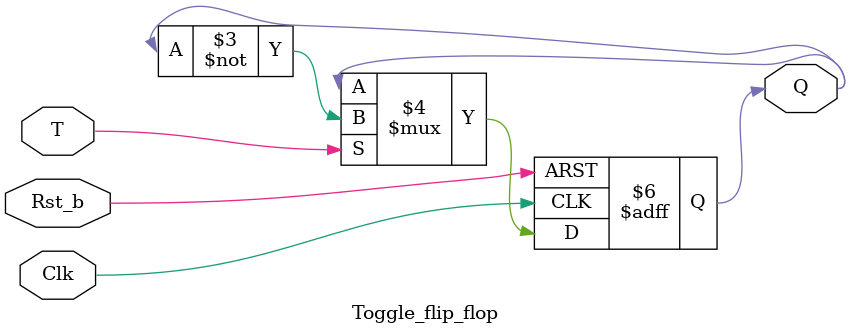
<source format=v>
module sync_bcd_counter(Q8, Q4, Q2, Q1, TQ1, Clk, Rst_b);
  output Q8, Q4, Q2, Q1;  // 카운터 모듈의 output (각 flip flop의 output)
  input TQ1, Clk, Rst_b;  // 카운터 모듈의 input (Clk : Clock, Rst_b : Reset)
  wire TQ2, TQ4, TQ8;  // 각 flip flop의 input (TQ1 : test bench에서 초기값 지정. TQ2, TQ4, TQ8 : 변수)
  wire Q8Q1, Q4Q2Q1;  // 게이트 정의에서 임시로 쓰일 변수

  // 임시변수 정의
  and
    G1(Q8Q1, Q8, Q1),
    G2(Q4Q2Q1, Q4, Q2, Q1);

  // 각 flip flop의 input 정의
  and
    G3(TQ2, ~Q8, Q1),  // TQ2 = Q8'Q1
    G4(TQ4, Q2, Q1);  // TQ4 = Q2Q1
  or G5(TQ8, Q8Q1, Q4Q2Q1);  // TQ8 = Q8Q1 + Q4Q2Q1

  // 회로에 사용되는 T flip flop 4개 (동기식 : 같은 Clk 공유)
  Toggle_flip_flop F1 (Q1, TQ1, Clk, Rst_b);
  Toggle_flip_flop F2 (Q2, TQ2, Clk, Rst_b);
  Toggle_flip_flop F3 (Q4, TQ4, Clk, Rst_b);
  Toggle_flip_flop F4 (Q8, TQ8, Clk, Rst_b);
endmodule


// flip flop module
module Toggle_flip_flop (Q, T, Clk, Rst_b);
	output Q;  // flip flop의 output
	input T, Clk, Rst_b;  // flip flop의 input
	reg Q;
	always @ (posedge Clk, negedge Rst_b)  // Clk이 0->1이거나 Rst_b가 1->0인 경우
	  if (Rst_b == 0) Q <= 1'b0;  // Rst_b가 0이 된 경우라면 flip flop의 output = 0
	  else if (T) Q <= ~Q;  // Clk이 0->1이면서 flip flop의 입력이 1이라면 output을 toggle
endmodule

</source>
